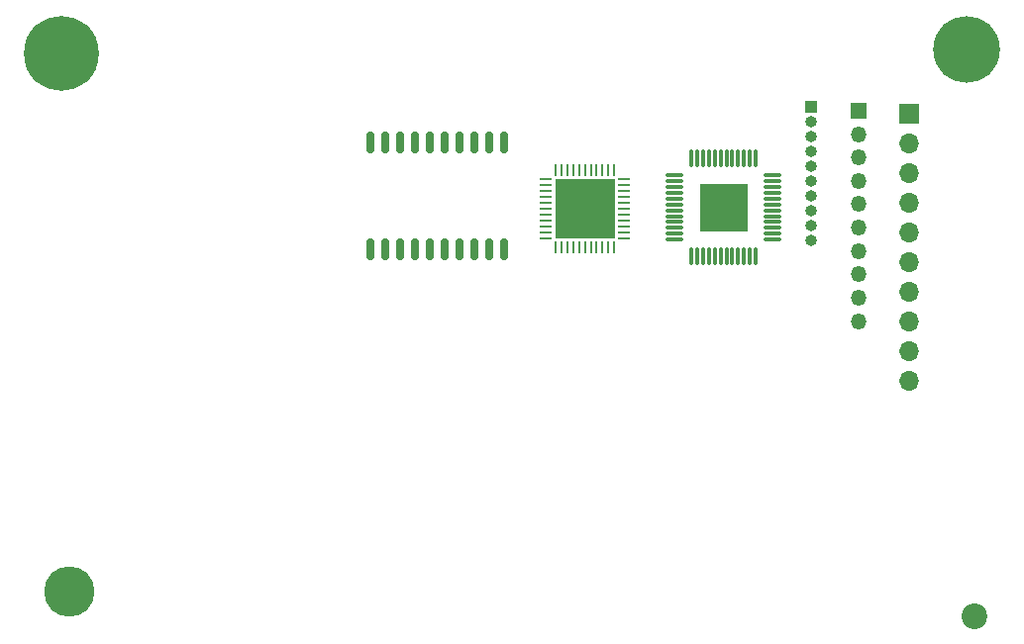
<source format=gbr>
%TF.GenerationSoftware,KiCad,Pcbnew,8.0.0*%
%TF.CreationDate,2024-04-12T00:00:08-04:00*%
%TF.ProjectId,Business card PCB,42757369-6e65-4737-9320-636172642050,rev?*%
%TF.SameCoordinates,Original*%
%TF.FileFunction,Soldermask,Bot*%
%TF.FilePolarity,Negative*%
%FSLAX46Y46*%
G04 Gerber Fmt 4.6, Leading zero omitted, Abs format (unit mm)*
G04 Created by KiCad (PCBNEW 8.0.0) date 2024-04-12 00:00:08*
%MOMM*%
%LPD*%
G01*
G04 APERTURE LIST*
G04 Aperture macros list*
%AMRoundRect*
0 Rectangle with rounded corners*
0 $1 Rounding radius*
0 $2 $3 $4 $5 $6 $7 $8 $9 X,Y pos of 4 corners*
0 Add a 4 corners polygon primitive as box body*
4,1,4,$2,$3,$4,$5,$6,$7,$8,$9,$2,$3,0*
0 Add four circle primitives for the rounded corners*
1,1,$1+$1,$2,$3*
1,1,$1+$1,$4,$5*
1,1,$1+$1,$6,$7*
1,1,$1+$1,$8,$9*
0 Add four rect primitives between the rounded corners*
20,1,$1+$1,$2,$3,$4,$5,0*
20,1,$1+$1,$4,$5,$6,$7,0*
20,1,$1+$1,$6,$7,$8,$9,0*
20,1,$1+$1,$8,$9,$2,$3,0*%
G04 Aperture macros list end*
%ADD10C,4.300000*%
%ADD11RoundRect,0.150000X-0.150000X0.800000X-0.150000X-0.800000X0.150000X-0.800000X0.150000X0.800000X0*%
%ADD12RoundRect,0.062500X0.475000X0.062500X-0.475000X0.062500X-0.475000X-0.062500X0.475000X-0.062500X0*%
%ADD13RoundRect,0.062500X0.062500X0.475000X-0.062500X0.475000X-0.062500X-0.475000X0.062500X-0.475000X0*%
%ADD14R,5.200000X5.200000*%
%ADD15RoundRect,0.075000X0.662500X0.075000X-0.662500X0.075000X-0.662500X-0.075000X0.662500X-0.075000X0*%
%ADD16RoundRect,0.075000X0.075000X0.662500X-0.075000X0.662500X-0.075000X-0.662500X0.075000X-0.662500X0*%
%ADD17R,4.110000X4.110000*%
%ADD18C,5.700000*%
%ADD19C,0.800000*%
%ADD20C,6.400000*%
%ADD21C,2.200000*%
%ADD22O,1.350000X1.350000*%
%ADD23R,1.350000X1.350000*%
%ADD24O,1.000000X1.000000*%
%ADD25R,1.000000X1.000000*%
%ADD26O,1.700000X1.700000*%
%ADD27R,1.700000X1.700000*%
G04 APERTURE END LIST*
D10*
%TO.C,M4*%
X115300000Y-105650000D03*
%TD*%
D11*
%TO.C,SOP20*%
X141035000Y-67150000D03*
X142305000Y-67150000D03*
X143575000Y-67150000D03*
X144845000Y-67150000D03*
X146115000Y-67150000D03*
X147385000Y-67150000D03*
X148655000Y-67150000D03*
X149925000Y-67150000D03*
X151195000Y-67150000D03*
X152465000Y-67150000D03*
X152465000Y-76350000D03*
X151195000Y-76350000D03*
X149925000Y-76350000D03*
X148655000Y-76350000D03*
X147385000Y-76350000D03*
X146115000Y-76350000D03*
X144845000Y-76350000D03*
X143575000Y-76350000D03*
X142305000Y-76350000D03*
X141035000Y-76350000D03*
%TD*%
D12*
%TO.C,QFN44*%
X162687500Y-70347000D03*
X162687500Y-70847000D03*
X162687500Y-71347000D03*
X162687500Y-71847000D03*
X162687500Y-72347000D03*
X162687500Y-72847000D03*
X162687500Y-73347000D03*
X162687500Y-73847000D03*
X162687500Y-74347000D03*
X162687500Y-74847000D03*
X162687500Y-75347000D03*
D13*
X161850000Y-76184500D03*
X161350000Y-76184500D03*
X160850000Y-76184500D03*
X160350000Y-76184500D03*
X159850000Y-76184500D03*
X159350000Y-76184500D03*
X158850000Y-76184500D03*
X158350000Y-76184500D03*
X157850000Y-76184500D03*
X157350000Y-76184500D03*
X156850000Y-76184500D03*
D12*
X156012500Y-75347000D03*
X156012500Y-74847000D03*
X156012500Y-74347000D03*
X156012500Y-73847000D03*
X156012500Y-73347000D03*
X156012500Y-72847000D03*
X156012500Y-72347000D03*
X156012500Y-71847000D03*
X156012500Y-71347000D03*
X156012500Y-70847000D03*
X156012500Y-70347000D03*
D13*
X156850000Y-69509500D03*
X157350000Y-69509500D03*
X157850000Y-69509500D03*
X158350000Y-69509500D03*
X158850000Y-69509500D03*
X159350000Y-69509500D03*
X159850000Y-69509500D03*
X160350000Y-69509500D03*
X160850000Y-69509500D03*
X161350000Y-69509500D03*
X161850000Y-69509500D03*
D14*
X159350000Y-72847000D03*
%TD*%
D15*
%TO.C,TQFP48*%
X175367500Y-69985000D03*
X175367500Y-70485000D03*
X175367500Y-70985000D03*
X175367500Y-71485000D03*
X175367500Y-71985000D03*
X175367500Y-72485000D03*
X175367500Y-72985000D03*
X175367500Y-73485000D03*
X175367500Y-73985000D03*
X175367500Y-74485000D03*
X175367500Y-74985000D03*
X175367500Y-75485000D03*
D16*
X173955000Y-76897500D03*
X173455000Y-76897500D03*
X172955000Y-76897500D03*
X172455000Y-76897500D03*
X171955000Y-76897500D03*
X171455000Y-76897500D03*
X170955000Y-76897500D03*
X170455000Y-76897500D03*
X169955000Y-76897500D03*
X169455000Y-76897500D03*
X168955000Y-76897500D03*
X168455000Y-76897500D03*
D15*
X167042500Y-75485000D03*
X167042500Y-74985000D03*
X167042500Y-74485000D03*
X167042500Y-73985000D03*
X167042500Y-73485000D03*
X167042500Y-72985000D03*
X167042500Y-72485000D03*
X167042500Y-71985000D03*
X167042500Y-71485000D03*
X167042500Y-70985000D03*
X167042500Y-70485000D03*
X167042500Y-69985000D03*
D16*
X168455000Y-68572500D03*
X168955000Y-68572500D03*
X169455000Y-68572500D03*
X169955000Y-68572500D03*
X170455000Y-68572500D03*
X170955000Y-68572500D03*
X171455000Y-68572500D03*
X171955000Y-68572500D03*
X172455000Y-68572500D03*
X172955000Y-68572500D03*
X173455000Y-68572500D03*
X173955000Y-68572500D03*
D17*
X171205000Y-72735000D03*
%TD*%
D18*
%TO.C,M3*%
X191940000Y-59220000D03*
%TD*%
D19*
%TO.C,M3*%
X117030000Y-59520000D03*
X116327056Y-61217056D03*
X116327056Y-57822944D03*
X114630000Y-61920000D03*
D20*
X114630000Y-59520000D03*
D19*
X114630000Y-57120000D03*
X112932944Y-61217056D03*
X112932944Y-57822944D03*
X112230000Y-59520000D03*
%TD*%
D21*
%TO.C,M2*%
X192630000Y-107690000D03*
%TD*%
D22*
%TO.C,2.00mm*%
X182765000Y-82460000D03*
X182765000Y-80460000D03*
X182765000Y-78460000D03*
X182765000Y-76460000D03*
X182765000Y-74460000D03*
X182765000Y-72460000D03*
X182765000Y-70460000D03*
X182765000Y-68460000D03*
X182765000Y-66460000D03*
D23*
X182765000Y-64460000D03*
%TD*%
D24*
%TO.C,1.27mm*%
X178710000Y-75540000D03*
X178710000Y-74270000D03*
X178710000Y-73000000D03*
X178710000Y-71730000D03*
X178710000Y-70460000D03*
X178710000Y-69190000D03*
X178710000Y-67920000D03*
X178710000Y-66650000D03*
X178710000Y-65380000D03*
D25*
X178710000Y-64110000D03*
%TD*%
D26*
%TO.C,2.54mm*%
X187070000Y-87620000D03*
X187070000Y-85080000D03*
X187070000Y-82540000D03*
X187070000Y-80000000D03*
X187070000Y-77460000D03*
X187070000Y-74920000D03*
X187070000Y-72380000D03*
X187070000Y-69840000D03*
X187070000Y-67300000D03*
D27*
X187070000Y-64760000D03*
%TD*%
M02*

</source>
